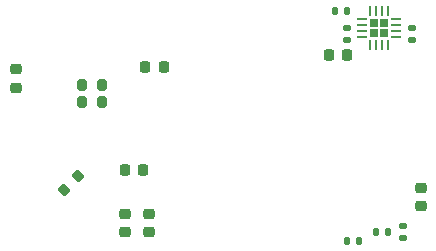
<source format=gbr>
%TF.GenerationSoftware,KiCad,Pcbnew,9.0.1-rc2-202503292320~1d443ca74c~ubuntu24.04.1*%
%TF.CreationDate,2025-04-04T23:21:44+10:00*%
%TF.ProjectId,Stormbreaker,53746f72-6d62-4726-9561-6b65722e6b69,rev?*%
%TF.SameCoordinates,Original*%
%TF.FileFunction,Paste,Bot*%
%TF.FilePolarity,Positive*%
%FSLAX46Y46*%
G04 Gerber Fmt 4.6, Leading zero omitted, Abs format (unit mm)*
G04 Created by KiCad (PCBNEW 9.0.1-rc2-202503292320~1d443ca74c~ubuntu24.04.1) date 2025-04-04 23:21:44*
%MOMM*%
%LPD*%
G01*
G04 APERTURE LIST*
G04 Aperture macros list*
%AMRoundRect*
0 Rectangle with rounded corners*
0 $1 Rounding radius*
0 $2 $3 $4 $5 $6 $7 $8 $9 X,Y pos of 4 corners*
0 Add a 4 corners polygon primitive as box body*
4,1,4,$2,$3,$4,$5,$6,$7,$8,$9,$2,$3,0*
0 Add four circle primitives for the rounded corners*
1,1,$1+$1,$2,$3*
1,1,$1+$1,$4,$5*
1,1,$1+$1,$6,$7*
1,1,$1+$1,$8,$9*
0 Add four rect primitives between the rounded corners*
20,1,$1+$1,$2,$3,$4,$5,0*
20,1,$1+$1,$4,$5,$6,$7,0*
20,1,$1+$1,$6,$7,$8,$9,0*
20,1,$1+$1,$8,$9,$2,$3,0*%
G04 Aperture macros list end*
%ADD10RoundRect,0.225000X0.250000X-0.225000X0.250000X0.225000X-0.250000X0.225000X-0.250000X-0.225000X0*%
%ADD11RoundRect,0.200000X-0.200000X-0.275000X0.200000X-0.275000X0.200000X0.275000X-0.200000X0.275000X0*%
%ADD12RoundRect,0.225000X0.225000X0.250000X-0.225000X0.250000X-0.225000X-0.250000X0.225000X-0.250000X0*%
%ADD13RoundRect,0.135000X-0.135000X-0.185000X0.135000X-0.185000X0.135000X0.185000X-0.135000X0.185000X0*%
%ADD14RoundRect,0.135000X0.135000X0.185000X-0.135000X0.185000X-0.135000X-0.185000X0.135000X-0.185000X0*%
%ADD15RoundRect,0.135000X0.185000X-0.135000X0.185000X0.135000X-0.185000X0.135000X-0.185000X-0.135000X0*%
%ADD16RoundRect,0.135000X-0.185000X0.135000X-0.185000X-0.135000X0.185000X-0.135000X0.185000X0.135000X0*%
%ADD17RoundRect,0.225000X-0.225000X-0.250000X0.225000X-0.250000X0.225000X0.250000X-0.225000X0.250000X0*%
%ADD18RoundRect,0.200000X-0.053033X0.335876X-0.335876X0.053033X0.053033X-0.335876X0.335876X-0.053033X0*%
%ADD19RoundRect,0.185000X0.185000X-0.185000X0.185000X0.185000X-0.185000X0.185000X-0.185000X-0.185000X0*%
%ADD20RoundRect,0.062500X0.062500X-0.337500X0.062500X0.337500X-0.062500X0.337500X-0.062500X-0.337500X0*%
%ADD21RoundRect,0.062500X0.337500X-0.062500X0.337500X0.062500X-0.337500X0.062500X-0.337500X-0.062500X0*%
G04 APERTURE END LIST*
D10*
%TO.C,C13*%
X117000000Y-48250000D03*
X117000000Y-46700000D03*
%TD*%
D11*
%TO.C,R9*%
X122600000Y-49500000D03*
X124250000Y-49500000D03*
%TD*%
D10*
%TO.C,C9*%
X126250000Y-60500000D03*
X126250000Y-58950000D03*
%TD*%
D11*
%TO.C,R10*%
X122600000Y-48000000D03*
X124250000Y-48000000D03*
%TD*%
D12*
%TO.C,C11*%
X129500000Y-46500000D03*
X127950000Y-46500000D03*
%TD*%
D13*
%TO.C,R1*%
X145000000Y-61250000D03*
X146020000Y-61250000D03*
%TD*%
D10*
%TO.C,C2*%
X151250000Y-58250000D03*
X151250000Y-56700000D03*
%TD*%
D14*
%TO.C,R12*%
X145000000Y-41750000D03*
X143980000Y-41750000D03*
%TD*%
D15*
%TO.C,R11*%
X150500000Y-44220000D03*
X150500000Y-43200000D03*
%TD*%
D10*
%TO.C,C10*%
X128250000Y-60500000D03*
X128250000Y-58950000D03*
%TD*%
D16*
%TO.C,R2*%
X149750000Y-59980000D03*
X149750000Y-61000000D03*
%TD*%
D17*
%TO.C,C15*%
X143495000Y-45500000D03*
X145045000Y-45500000D03*
%TD*%
D18*
%TO.C,R7*%
X122250000Y-55750000D03*
X121083274Y-56916726D03*
%TD*%
D15*
%TO.C,R6*%
X145000000Y-44250000D03*
X145000000Y-43230000D03*
%TD*%
D14*
%TO.C,R3*%
X148500000Y-60500000D03*
X147480000Y-60500000D03*
%TD*%
D12*
%TO.C,C8*%
X127750000Y-55250000D03*
X126200000Y-55250000D03*
%TD*%
D19*
%TO.C,U4*%
X147325000Y-43625000D03*
X148175000Y-43625000D03*
X147325000Y-42775000D03*
X148175000Y-42775000D03*
D20*
X148500000Y-44650000D03*
X148000000Y-44650000D03*
X147500000Y-44650000D03*
X147000000Y-44650000D03*
D21*
X146300000Y-43950000D03*
X146300000Y-43450000D03*
X146300000Y-42950000D03*
X146300000Y-42450000D03*
D20*
X147000000Y-41750000D03*
X147500000Y-41750000D03*
X148000000Y-41750000D03*
X148500000Y-41750000D03*
D21*
X149200000Y-42450000D03*
X149200000Y-42950000D03*
X149200000Y-43450000D03*
X149200000Y-43950000D03*
%TD*%
M02*

</source>
